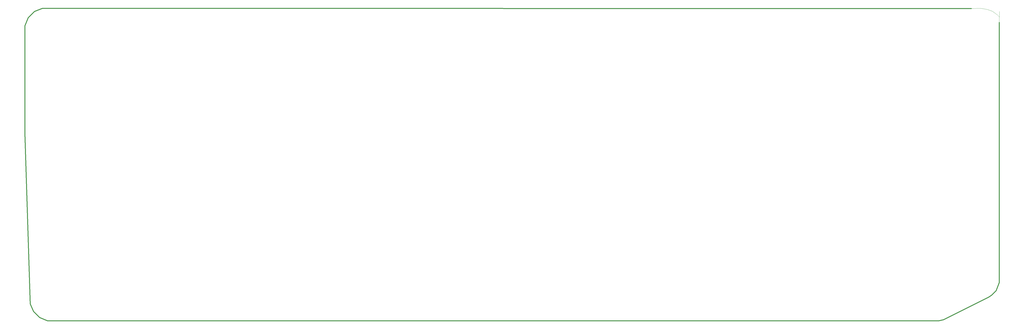
<source format=gbr>
%TF.GenerationSoftware,KiCad,Pcbnew,9.0.2*%
%TF.CreationDate,2025-06-28T16:46:27+02:00*%
%TF.ProjectId,modern-keyboard-template,6d6f6465-726e-42d6-9b65-79626f617264,rev?*%
%TF.SameCoordinates,Original*%
%TF.FileFunction,Profile,NP*%
%FSLAX46Y46*%
G04 Gerber Fmt 4.6, Leading zero omitted, Abs format (unit mm)*
G04 Created by KiCad (PCBNEW 9.0.2) date 2025-06-28 16:46:27*
%MOMM*%
%LPD*%
G01*
G04 APERTURE LIST*
%TA.AperFunction,Profile*%
%ADD10C,0.050000*%
%TD*%
%TA.AperFunction,Profile*%
%ADD11C,0.400000*%
%TD*%
G04 APERTURE END LIST*
D10*
X463760000Y-16400000D02*
X464742500Y-17440000D01*
X461580000Y-14800000D02*
X463760000Y-16400000D01*
X459160000Y-13930000D02*
X461580000Y-14800000D01*
X456210000Y-13490000D02*
X459160000Y-13930000D01*
X451800000Y-13520000D02*
X456210000Y-13490000D01*
X464735000Y-19950000D02*
X464735000Y-17440000D01*
X464735000Y-19950000D02*
X464750000Y-14930000D01*
D11*
X24014810Y-13420000D02*
X451800000Y-13520000D01*
X20339389Y-14942409D02*
X24014810Y-13420000D01*
X17482409Y-17799389D02*
X20339389Y-14942409D01*
X15960000Y-21474810D02*
X17482409Y-17799389D01*
X15960000Y-71307278D02*
X15960000Y-21474810D01*
X18405727Y-149570541D02*
X15960000Y-71307278D01*
X19920981Y-153072933D02*
X18405727Y-149570541D01*
X22720639Y-155872591D02*
X19920981Y-153072933D01*
X26396060Y-157395000D02*
X22720639Y-155872591D01*
X436805404Y-157395000D02*
X26396060Y-157395000D01*
X439071786Y-156859980D02*
X436805404Y-157395000D01*
X459884214Y-146453766D02*
X439071786Y-156859980D01*
X461192124Y-145511078D02*
X459884214Y-146453766D01*
X463212591Y-143490611D02*
X461192124Y-145511078D01*
X464735000Y-139815190D02*
X463212591Y-143490611D01*
X464735000Y-19950000D02*
X464735000Y-139815190D01*
M02*

</source>
